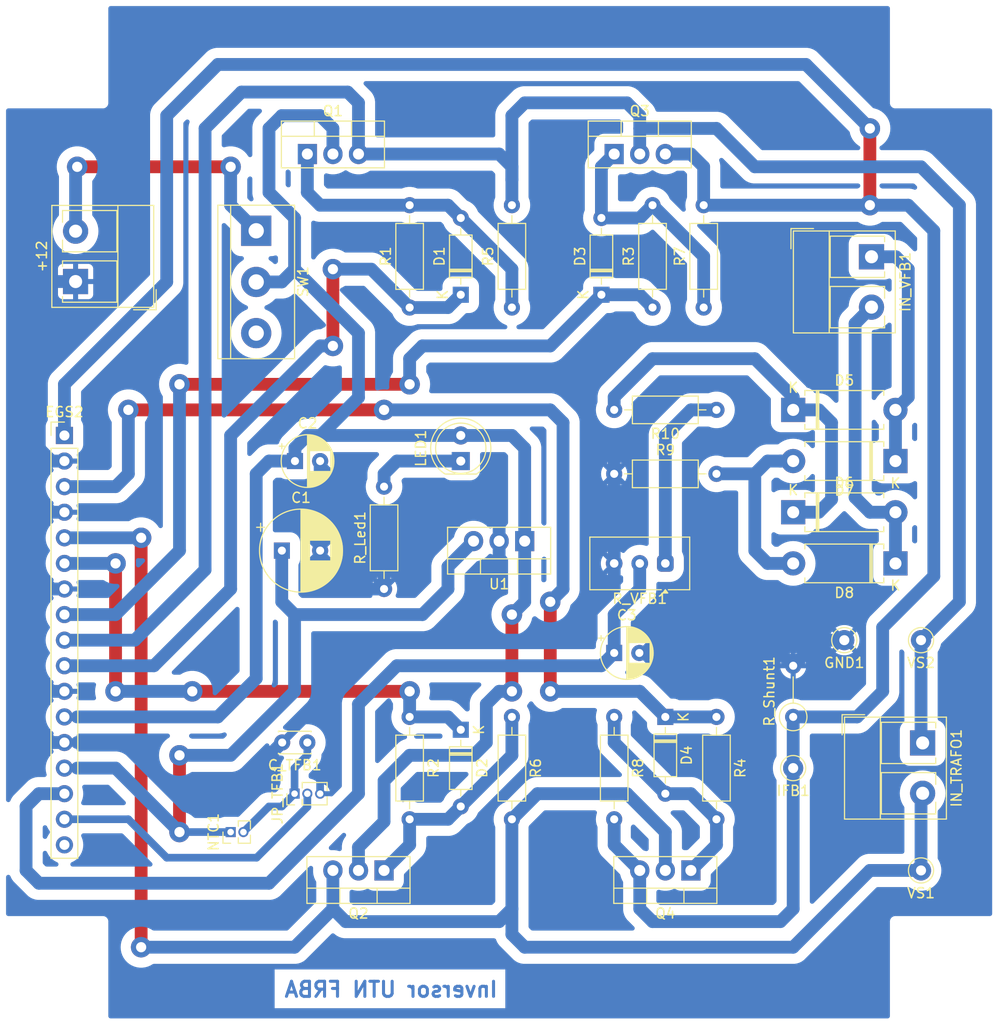
<source format=kicad_pcb>
(kicad_pcb (version 20240108) (generator "pcbnew") (generator_version "8.0")
  (layers (0 "F.Cu" signal) (31 "B.Cu" signal) (34 "B.Paste" user) (35 "F.Paste" user) (36 "B.SilkS" user "B.Silkscreen") (37 "F.SilkS" user "F.Silkscreen") (38 "B.Mask" user) (39 "F.Mask" user) (44 "Edge.Cuts" user))
  (net 0 "")
  (net 1 "Net-(D1-A)")
  (net 2 "Net-(D2-A)")
  (net 3 "Net-(D3-A)")
  (net 4 "Net-(D4-A)")
  (net 6 "GND")
  (net 7 "+5V")
  (net 8 "+12V")
  (net 9 "Net-(LED1-K)")
  (net 10 "/VFB")
  (net 11 "Net-(D5-K)")
  (net 12 "Net-(D5-A)")
  (net 13 "Net-(D6-A)")
  (net 14 "Net-(D7-A)")
  (net 16 "Net-(R10-Pad1)")
  (net 17 "/2HO")
  (net 18 "/2LO")
  (net 19 "/1HO")
  (net 20 "/1LO")
  (net 21 "/TFB")
  (net 22 "/VS2")
  (net 23 "/VS1")
  (net 24 "/IFB")
  (net 25 "Net-(JP_TFB1-Pin_1)")
  (net 26 "Net-(+12-Pin_2)")
  (footprint "Resistor_THT:R_Axial_DIN0207_L6.3mm_D2.5mm_P10.16mm_Horizontal" (layer "F.Cu") (at 121.92 111.76 -90)
    (property "Reference" "R4" (at 5.08 -2.37 90) (layer "F.SilkS"))
    (property "Value" "4.7Ω")
    (pad "1" thru_hole circle (at 0 0 270) (size 1.6 1.6) (drill 0.8) (layers "*.Cu" "*.Mask") (net 20 "/1LO"))
    (pad "2" thru_hole oval (at 10.16 0 270) (size 1.6 1.6) (drill 0.8) (layers "*.Cu" "*.Mask") (net 4 "Net-(D4-A)"))
  )
  (footprint "Connector_Pin:Pin_D1.0mm_L10.0mm" (layer "F.Cu") (at 134.62 104.14)
    (property "Reference" "GND1" (at 0 2.25 0) (layer "F.SilkS"))
    (property "Value" "TestPoint")
    (pad "1" thru_hole circle (at 0 0) (size 2 2) (drill 1) (layers "*.Cu" "*.Mask") (net 6 "GND"))
  )
  (footprint "Connector_Pin:Pin_D1.0mm_L10.0mm" (layer "F.Cu") (at 129.54 116.84)
    (property "Reference" "IFB1" (at 0 2.25 0) (layer "F.SilkS"))
    (property "Value" "TestPoint")
    (pad "1" thru_hole circle (at 0 0) (size 2 2) (drill 1) (layers "*.Cu" "*.Mask") (net 24 "/IFB"))
  )
  (footprint "LED_THT:LED_D5.0mm" (layer "F.Cu") (at 96.52 86.36 90)
    (property "Reference" "LED1" (at 1.27 -3.96 90) (layer "F.SilkS"))
    (property "Value" "LED")
    (pad "1" thru_hole rect (at 0 0 90) (size 1.8 1.8) (drill 0.9) (layers "*.Cu" "*.Mask") (net 9 "Net-(LED1-K)"))
    (pad "2" thru_hole circle (at 2.54 0 90) (size 1.8 1.8) (drill 0.9) (layers "*.Cu" "*.Mask") (net 8 "+12V"))
  )
  (footprint "Diode_THT:D_DO-35_SOD27_P7.62mm_Horizontal" (layer "F.Cu") (at 96.52 69.85 90)
    (property "Reference" "D1" (at 3.81 -2.12 90) (layer "F.SilkS"))
    (property "Value" "1N4148")
    (fp_text user "K" (at 0 -1.8 90) (layer "F.SilkS"))
    (pad "1" thru_hole rect (at 0 0 90) (size 1.6 1.6) (drill 0.8) (layers "*.Cu" "*.Mask") (net 17 "/2HO"))
    (pad "2" thru_hole oval (at 7.62 0 90) (size 1.6 1.6) (drill 0.8) (layers "*.Cu" "*.Mask") (net 1 "Net-(D1-A)"))
  )
  (footprint "Connector_PinHeader_2.54mm:PinHeader_1x17_P2.54mm_Vertical" (layer "F.Cu") (at 57.15 83.82)
    (property "Reference" "EGS2" (at 0 -2.33 0) (layer "F.SilkS"))
    (property "Value" "Conn_01x17_Pin")
    (pad "1" thru_hole rect (at 0 0) (size 1.7 1.7) (drill 1) (layers "*.Cu" "*.Mask") (net 24 "/IFB"))
    (pad "2" thru_hole oval (at 0 2.54) (size 1.7 1.7) (drill 1) (layers "*.Cu" "*.Mask") (net 6 "GND"))
    (pad "3" thru_hole oval (at 0 5.08) (size 1.7 1.7) (drill 1) (layers "*.Cu" "*.Mask") (net 20 "/1LO"))
    (pad "4" thru_hole oval (at 0 7.62) (size 1.7 1.7) (drill 1) (layers "*.Cu" "*.Mask") (net 6 "GND"))
    (pad "5" thru_hole oval (at 0 10.16) (size 1.7 1.7) (drill 1) (layers "*.Cu" "*.Mask") (net 23 "/VS1"))
    (pad "6" thru_hole oval (at 0 12.7) (size 1.7 1.7) (drill 1) (layers "*.Cu" "*.Mask") (net 19 "/1HO"))
    (pad "7" thru_hole oval (at 0 15.24) (size 1.7 1.7) (drill 1) (layers "*.Cu" "*.Mask") (net 6 "GND"))
    (pad "8" thru_hole oval (at 0 17.78) (size 1.7 1.7) (drill 1) (layers "*.Cu" "*.Mask") (net 18 "/2LO"))
    (pad "9" thru_hole oval (at 0 20.32) (size 1.7 1.7) (drill 1) (layers "*.Cu" "*.Mask") (net 22 "/VS2"))
    (pad "10" thru_hole oval (at 0 22.86) (size 1.7 1.7) (drill 1) (layers "*.Cu" "*.Mask") (net 17 "/2HO"))
    (pad "11" thru_hole oval (at 0 25.4) (size 1.7 1.7) (drill 1) (layers "*.Cu" "*.Mask") (net 6 "GND"))
    (pad "12" thru_hole oval (at 0 27.94) (size 1.7 1.7) (drill 1) (layers "*.Cu" "*.Mask") (net 8 "+12V"))
    (pad "13" thru_hole oval (at 0 30.48) (size 1.7 1.7) (drill 1) (layers "*.Cu" "*.Mask") (net 6 "GND"))
    (pad "14" thru_hole oval (at 0 33.02) (size 1.7 1.7) (drill 1) (layers "*.Cu" "*.Mask") (net 7 "+5V"))
    (pad "15" thru_hole oval (at 0 35.56) (size 1.7 1.7) (drill 1) (layers "*.Cu" "*.Mask") (net 10 "/VFB"))
    (pad "16" thru_hole oval (at 0 38.1) (size 1.7 1.7) (drill 1) (layers "*.Cu" "*.Mask") (net 21 "/TFB"))
    (pad "17" thru_hole oval (at 0 40.64) (size 1.7 1.7) (drill 1) (layers "*.Cu" "*.Mask"))
  )
  (footprint "Connector_PinHeader_1.27mm:PinHeader_1x02_P1.27mm_Vertical" (layer "F.Cu") (at 73.66 123.19 90)
    (property "Reference" "NTC1" (at 0 -1.695 90) (layer "F.SilkS"))
    (property "Value" "Conn_01x02_Pin")
    (pad "1" thru_hole rect (at 0 0 90) (size 1 1) (drill 0.65) (layers "*.Cu" "*.Mask") (net 7 "+5V"))
    (pad "2" thru_hole oval (at 0 1.27 90) (size 1 1) (drill 0.65) (layers "*.Cu" "*.Mask") (net 25 "Net-(JP_TFB1-Pin_1)"))
  )
  (footprint "Resistor_THT:R_Axial_DIN0207_L6.3mm_D2.5mm_P10.16mm_Horizontal" (layer "F.Cu") (at 101.6 71.12 90)
    (property "Reference" "R5" (at 5.08 -2.37 90) (layer "F.SilkS"))
    (property "Value" "10KΩ")
    (pad "1" thru_hole circle (at 0 0 90) (size 1.6 1.6) (drill 0.8) (layers "*.Cu" "*.Mask") (net 1 "Net-(D1-A)"))
    (pad "2" thru_hole oval (at 10.16 0 90) (size 1.6 1.6) (drill 0.8) (layers "*.Cu" "*.Mask") (net 22 "/VS2"))
  )
  (footprint "Diode_THT:D_DO-35_SOD27_P7.62mm_Horizontal" (layer "F.Cu") (at 96.52 113.03 -90)
    (property "Reference" "D2" (at 3.81 -2.12 90) (layer "F.SilkS"))
    (property "Value" "1N4148")
    (fp_text user "K" (at 0 -1.8 90) (layer "F.SilkS"))
    (pad "1" thru_hole rect (at 0 0 270) (size 1.6 1.6) (drill 0.8) (layers "*.Cu" "*.Mask") (net 19 "/1HO"))
    (pad "2" thru_hole oval (at 7.62 0 270) (size 1.6 1.6) (drill 0.8) (layers "*.Cu" "*.Mask") (net 2 "Net-(D2-A)"))
  )
  (footprint "TerminalBlock:TerminalBlock_bornier-3_P5.08mm" (layer "F.Cu") (at 76.2 63.5 -90)
    (property "Reference" "SW1" (at 5.05 -4.65 90) (layer "F.SilkS"))
    (property "Value" "SW_SPDT")
    (pad "1" thru_hole rect (at 0 0 270) (size 3 3) (drill 1.52) (layers "*.Cu" "*.Mask") (net 26 "Net-(+12-Pin_2)"))
    (pad "2" thru_hole circle (at 5.08 0 270) (size 3 3) (drill 1.52) (layers "*.Cu" "*.Mask") (net 8 "+12V"))
    (pad "3" thru_hole circle (at 10.16 0 270) (size 3 3) (drill 1.52) (layers "*.Cu" "*.Mask"))
  )
  (footprint "Resistor_THT:R_Axial_DIN0207_L6.3mm_D2.5mm_P10.16mm_Horizontal" (layer "F.Cu") (at 101.6 111.76 -90)
    (property "Reference" "R6" (at 5.08 -2.37 90) (layer "F.SilkS"))
    (property "Value" "10KΩ")
    (pad "1" thru_hole circle (at 0 0 270) (size 1.6 1.6) (drill 0.8) (layers "*.Cu" "*.Mask") (net 2 "Net-(D2-A)"))
    (pad "2" thru_hole oval (at 10.16 0 270) (size 1.6 1.6) (drill 0.8) (layers "*.Cu" "*.Mask") (net 23 "/VS1"))
  )
  (footprint "TerminalBlock_RND:TerminalBlock_RND_205-00276_1x02_P5.00mm_Vertical" (layer "F.Cu") (at 58.26 68.54 90)
    (property "Reference" "+12" (at 2.5 -3.36 90) (layer "F.SilkS"))
    (property "Value" "Screw_Terminal_01x02")
    (pad "1" thru_hole rect (at 0 0 90) (size 2.5 2.5) (drill 1.3) (layers "*.Cu" "*.Mask") (net 6 "GND"))
    (pad "2" thru_hole circle (at 5 0 90) (size 2.5 2.5) (drill 1.3) (layers "*.Cu" "*.Mask") (net 26 "Net-(+12-Pin_2)"))
  )
  (footprint "Package_TO_SOT_THT:TO-220-3_Vertical" (layer "F.Cu") (at 102.87 94.305 180)
    (property "Reference" "U1" (at 2.54 -4.27 0) (layer "F.SilkS"))
    (property "Value" "L7805")
    (pad "1" thru_hole rect (at 0 0 180) (size 1.905 2) (drill 1.1) (layers "*.Cu" "*.Mask") (net 8 "+12V"))
    (pad "2" thru_hole oval (at 2.54 0 180) (size 1.905 2) (drill 1.1) (layers "*.Cu" "*.Mask") (net 6 "GND"))
    (pad "3" thru_hole oval (at 5.08 0 180) (size 1.905 2) (drill 1.1) (layers "*.Cu" "*.Mask") (net 7 "+5V"))
  )
  (footprint "TerminalBlock_RND:TerminalBlock_RND_205-00276_1x02_P5.00mm_Vertical" (layer "F.Cu") (at 142.4 114.34 -90)
    (property "Reference" "IN_TRAFO1" (at 2.5 -3.36 90) (layer "F.SilkS"))
    (property "Value" "Screw_Terminal_01x02")
    (pad "1" thru_hole rect (at 0 0 270) (size 2.5 2.5) (drill 1.3) (layers "*.Cu" "*.Mask") (net 22 "/VS2"))
    (pad "2" thru_hole circle (at 5 0 270) (size 2.5 2.5) (drill 1.3) (layers "*.Cu" "*.Mask") (net 23 "/VS1"))
  )
  (footprint "Capacitor_THT:C_Disc_D3.0mm_W2.0mm_P2.50mm" (layer "F.Cu") (at 81.28 114.3 180)
    (property "Reference" "C_TFB1" (at 1.25 -2.25 0) (layer "F.SilkS"))
    (property "Value" "10nF")
    (pad "1" thru_hole circle (at 0 0 180) (size 1.6 1.6) (drill 0.8) (layers "*.Cu" "*.Mask") (net 25 "Net-(JP_TFB1-Pin_1)"))
    (pad "2" thru_hole circle (at 2.5 0 180) (size 1.6 1.6) (drill 0.8) (layers "*.Cu" "*.Mask") (net 6 "GND"))
  )
  (footprint "Diode_THT:D_DO-15_P10.16mm_Horizontal" (layer "F.Cu") (at 129.54 91.44)
    (property "Reference" "D6" (at 5.08 -2.92 0) (layer "F.SilkS"))
    (property "Value" "FR107")
    (fp_text user "K" (at 0 -2.2 0) (layer "F.SilkS"))
    (pad "1" thru_hole rect (at 0 0) (size 2.4 2.4) (drill 1.2) (layers "*.Cu" "*.Mask") (net 11 "Net-(D5-K)"))
    (pad "2" thru_hole oval (at 10.16 0) (size 2.4 2.4) (drill 1.2) (layers "*.Cu" "*.Mask") (net 13 "Net-(D6-A)"))
  )
  (footprint "Diode_THT:D_DO-35_SOD27_P7.62mm_Horizontal" (layer "F.Cu") (at 116.84 111.76 -90)
    (property "Reference" "D4" (at 3.81 -2.12 90) (layer "F.SilkS"))
    (property "Value" "1N4148")
    (fp_text user "K" (at 0 -1.8 90) (layer "F.SilkS"))
    (pad "1" thru_hole rect (at 0 0 270) (size 1.6 1.6) (drill 0.8) (layers "*.Cu" "*.Mask") (net 20 "/1LO"))
    (pad "2" thru_hole oval (at 7.62 0 270) (size 1.6 1.6) (drill 0.8) (layers "*.Cu" "*.Mask") (net 4 "Net-(D4-A)"))
  )
  (footprint "Capacitor_THT:CP_Radial_D5.0mm_P2.50mm" (layer "F.Cu") (at 80.05 86.36)
    (property "Reference" "C2" (at 1.25 -3.75 0) (layer "F.SilkS"))
    (property "Value" "10uF")
    (pad "1" thru_hole rect (at 0 0) (size 1.6 1.6) (drill 0.8) (layers "*.Cu" "*.Mask") (net 8 "+12V"))
    (pad "2" thru_hole circle (at 2.5 0) (size 1.6 1.6) (drill 0.8) (layers "*.Cu" "*.Mask") (net 6 "GND"))
  )
  (footprint "Package_TO_SOT_THT:TO-220-3_Vertical" (layer "F.Cu") (at 119.38 127 180)
    (property "Reference" "Q4" (at 2.54 -4.27 0) (layer "F.SilkS"))
    (property "Value" "IRF3205")
    (pad "1" thru_hole rect (at 0 0 180) (size 1.905 2) (drill 1.1) (layers "*.Cu" "*.Mask") (net 4 "Net-(D4-A)"))
    (pad "2" thru_hole oval (at 2.54 0 180) (size 1.905 2) (drill 1.1) (layers "*.Cu" "*.Mask") (net 23 "/VS1"))
    (pad "3" thru_hole oval (at 5.08 0 180) (size 1.905 2) (drill 1.1) (layers "*.Cu" "*.Mask") (net 24 "/IFB"))
  )
  (footprint "Resistor_THT:R_Axial_DIN0207_L6.3mm_D2.5mm_P10.16mm_Horizontal" (layer "F.Cu") (at 88.9 99.06 90)
    (property "Reference" "R_Led1" (at 5.08 -2.37 90) (layer "F.SilkS"))
    (property "Value" "470Ω")
    (pad "1" thru_hole circle (at 0 0 90) (size 1.6 1.6) (drill 0.8) (layers "*.Cu" "*.Mask") (net 6 "GND"))
    (pad "2" thru_hole oval (at 10.16 0 90) (size 1.6 1.6) (drill 0.8) (layers "*.Cu" "*.Mask") (net 9 "Net-(LED1-K)"))
  )
  (footprint "Connector_Pin:Pin_D1.0mm_L10.0mm" (layer "F.Cu") (at 142.24 104.14)
    (property "Reference" "VS2" (at 0 2.25 0) (layer "F.SilkS"))
    (property "Value" "TestPoint")
    (pad "1" thru_hole circle (at 0 0) (size 2 2) (drill 1) (layers "*.Cu" "*.Mask") (net 22 "/VS2"))
  )
  (footprint "Potentiometer_THT:Potentiometer_Vishay_T93YA_Vertical" (layer "F.Cu") (at 116.84 96.52 180)
    (property "Reference" "R_VFB1" (at 2.54 -3.5 0) (layer "F.SilkS"))
    (property "Value" "R_Potentiometer_Trim_US")
    (pad "1" thru_hole roundrect (at 0 0 180) (size 1.65 1.65) (drill 0.85) (layers "*.Cu" "*.Mask") (net 16 "Net-(R10-Pad1)"))
    (pad "2" thru_hole circle (at 2.54 0 180) (size 1.65 1.65) (drill 0.85) (layers "*.Cu" "*.Mask") (net 10 "/VFB"))
    (pad "3" thru_hole circle (at 5.08 0 180) (size 1.65 1.65) (drill 0.85) (layers "*.Cu" "*.Mask") (net 6 "GND"))
  )
  (footprint "Connector_Pin:Pin_D1.0mm_L10.0mm" (layer "F.Cu") (at 142.24 127)
    (property "Reference" "VS1" (at 0 2.25 0) (layer "F.SilkS"))
    (property "Value" "TestPoint")
    (pad "1" thru_hole circle (at 0 0) (size 2 2) (drill 1) (layers "*.Cu" "*.Mask") (net 23 "/VS1"))
  )
  (footprint "Package_TO_SOT_THT:TO-220-3_Vertical" (layer "F.Cu") (at 81.28 55.88)
    (property "Reference" "Q1" (at 2.54 -4.27 0) (layer "F.SilkS"))
    (property "Value" "IRF3205")
    (pad "1" thru_hole rect (at 0 0) (size 1.905 2) (drill 1.1) (layers "*.Cu" "*.Mask") (net 1 "Net-(D1-A)"))
    (pad "2" thru_hole oval (at 2.54 0) (size 1.905 2) (drill 1.1) (layers "*.Cu" "*.Mask") (net 8 "+12V"))
    (pad "3" thru_hole oval (at 5.08 0) (size 1.905 2) (drill 1.1) (layers "*.Cu" "*.Mask") (net 22 "/VS2"))
  )
  (footprint "Diode_THT:D_DO-35_SOD27_P7.62mm_Horizontal" (layer "F.Cu") (at 110.49 69.85 90)
    (property "Reference" "D3" (at 3.81 -2.12 90) (layer "F.SilkS"))
    (property "Value" "1N4148")
    (fp_text user "K" (at 0 -1.8 90) (layer "F.SilkS"))
    (pad "1" thru_hole rect (at 0 0 90) (size 1.6 1.6) (drill 0.8) (layers "*.Cu" "*.Mask") (net 18 "/2LO"))
    (pad "2" thru_hole oval (at 7.62 0 90) (size 1.6 1.6) (drill 0.8) (layers "*.Cu" "*.Mask") (net 3 "Net-(D3-A)"))
  )
  (footprint "Diode_THT:D_DO-15_P10.16mm_Horizontal" (layer "F.Cu") (at 129.54 81.28)
    (property "Reference" "D5" (at 5.08 -2.92 0) (layer "F.SilkS"))
    (property "Value" "FR107")
    (fp_text user "K" (at 0 -2.2 0) (layer "F.SilkS"))
    (pad "1" thru_hole rect (at 0 0) (size 2.4 2.4) (drill 1.2) (layers "*.Cu" "*.Mask") (net 11 "Net-(D5-K)"))
    (pad "2" thru_hole oval (at 10.16 0) (size 2.4 2.4) (drill 1.2) (layers "*.Cu" "*.Mask") (net 12 "Net-(D5-A)"))
  )
  (footprint "Resistor_THT:R_Axial_DIN0207_L6.3mm_D2.5mm_P10.16mm_Horizontal" (layer "F.Cu") (at 120.65 71.12 90)
    (property "Reference" "R7" (at 5.08 -2.37 90) (layer "F.SilkS"))
    (property "Value" "10KΩ")
    (pad "1" thru_hole circle (at 0 0 90) (size 1.6 1.6) (drill 0.8) (layers "*.Cu" "*.Mask") (net 3 "Net-(D3-A)"))
    (pad "2" thru_hole oval (at 10.16 0 90) (size 1.6 1.6) (drill 0.8) (layers "*.Cu" "*.Mask") (net 24 "/IFB"))
  )
  (footprint "TerminalBlock_RND:TerminalBlock_RND_205-00276_1x02_P5.00mm_Vertical" (layer "F.Cu") (at 137.32 66.08 -90)
    (property "Reference" "IN_VFB1" (at 2.5 -3.36 90) (layer "F.SilkS"))
    (property "Value" "Screw_Terminal_01x02")
    (pad "1" thru_hole rect (at 0 0 270) (size 2.5 2.5) (drill 1.3) (layers "*.Cu" "*.Mask") (net 12 "Net-(D5-A)"))
    (pad "2" thru_hole circle (at 5 0 270) (size 2.5 2.5) (drill 1.3) (layers "*.Cu" "*.Mask") (net 13 "Net-(D6-A)"))
  )
  (footprint "Package_TO_SOT_THT:TO-220-3_Vertical" (layer "F.Cu") (at 88.9 127 180)
    (property "Reference" "Q2" (at 2.54 -4.27 0) (layer "F.SilkS"))
    (property "Value" "IRF3205")
    (pad "1" thru_hole rect (at 0 0 180) (size 1.905 2) (drill 1.1) (layers "*.Cu" "*.Mask") (net 2 "Net-(D2-A)"))
    (pad "2" thru_hole oval (at 2.54 0 180) (size 1.905 2) (drill 1.1) (layers "*.Cu" "*.Mask") (net 8 "+12V"))
    (pad "3" thru_hole oval (at 5.08 0 180) (size 1.905 2) (drill 1.1) (layers "*.Cu" "*.Mask") (net 23 "/VS1"))
  )
  (footprint "Resistor_THT:R_Axial_DIN0207_L6.3mm_D2.5mm_P10.16mm_Horizontal" (layer "F.Cu") (at 121.92 81.28 180)
    (property "Reference" "R10" (at 5.08 -2.37 0) (layer "F.SilkS"))
    (property "Value" "100KΩ")
    (pad "1" thru_hole circle (at 0 0 180) (size 1.6 1.6) (drill 0.8) (layers "*.Cu" "*.Mask") (net 16 "Net-(R10-Pad1)"))
    (pad "2" thru_hole oval (at 10.16 0 180) (size 1.6 1.6) (drill 0.8) (layers "*.Cu" "*.Mask") (net 11 "Net-(D5-K)"))
  )
  (footprint "Resistor_THT:R_Axial_DIN0207_L6.3mm_D2.5mm_P5.08mm_Vertical" (layer "F.Cu") (at 129.54 111.76 90)
    (property "Reference" "R_Shunt1" (at 2.54 -2.37 90) (layer "F.SilkS"))
    (property "Value" "0.01Ω")
    (pad "1" thru_hole circle (at 0 0 90) (size 1.6 1.6) (drill 0.8) (layers "*.Cu" "*.Mask") (net 24 "/IFB"))
    (pad "2" thru_hole oval (at 5.08 0 90) (size 1.6 1.6) (drill 0.8) (layers "*.Cu" "*.Mask") (net 6 "GND"))
  )
  (footprint "Resistor_THT:R_Axial_DIN0207_L6.3mm_D2.5mm_P10.16mm_Horizontal" (layer "F.Cu") (at 115.57 71.12 90)
    (property "Reference" "R3" (at 5.08 -2.37 90) (layer "F.SilkS"))
    (property "Value" "4.7Ω")
    (pad "1" thru_hole circle (at 0 0 90) (size 1.6 1.6) (drill 0.8) (layers "*.Cu" "*.Mask") (net 18 "/2LO"))
    (pad "2" thru_hole oval (at 10.16 0 90) (size 1.6 1.6) (drill 0.8) (layers "*.Cu" "*.Mask") (net 3 "Net-(D3-A)"))
  )
  (footprint "Diode_THT:D_DO-15_P10.16mm_Horizontal" (layer "F.Cu") (at 139.7 86.36 180)
    (property "Reference" "D7" (at 5.08 -2.92 0) (layer "F.SilkS"))
    (property "Value" "FR107")
    (fp_text user "K" (at 0 -2.2 0) (layer "F.SilkS"))
    (pad "1" thru_hole rect (at 0 0 180) (size 2.4 2.4) (drill 1.2) (layers "*.Cu" "*.Mask") (net 12 "Net-(D5-A)"))
    (pad "2" thru_hole oval (at 10.16 0 180) (size 2.4 2.4) (drill 1.2) (layers "*.Cu" "*.Mask") (net 14 "Net-(D7-A)"))
  )
  (footprint "Diode_THT:D_DO-15_P10.16mm_Horizontal" (layer "F.Cu") (at 139.7 96.52 180)
    (property "Reference" "D8" (at 5.08 -2.92 0) (layer "F.SilkS"))
    (property "Value" "FR107")
    (fp_text user "K" (at 0 -2.2 0) (layer "F.SilkS"))
    (pad "1" thru_hole rect (at 0 0 180) (size 2.4 2.4) (drill 1.2) (layers "*.Cu" "*.Mask") (net 13 "Net-(D6-A)"))
    (pad "2" thru_hole oval (at 10.16 0 180) (size 2.4 2.4) (drill 1.2) (layers "*.Cu" "*.Mask") (net 14 "Net-(D7-A)"))
  )
  (footprint "Resistor_THT:R_Axial_DIN0207_L6.3mm_D2.5mm_P10.16mm_Horizontal" (layer "F.Cu") (at 91.44 71.12 90)
    (property "Reference" "R1" (at 5.08 -2.37 90) (layer "F.SilkS"))
    (property "Value" "4.7Ω")
    (pad "1" thru_hole circle (at 0 0 90) (size 1.6 1.6) (drill 0.8) (layers "*.Cu" "*.Mask") (net 17 "/2HO"))
    (pad "2" thru_hole oval (at 10.16 0 90) (size 1.6 1.6) (drill 0.8) (layers "*.Cu" "*.Mask") (net 1 "Net-(D1-A)"))
  )
  (footprint "Resistor_THT:R_Axial_DIN0207_L6.3mm_D2.5mm_P10.16mm_Horizontal" (layer "F.Cu") (at 111.76 87.63)
    (property "Reference" "R9" (at 5.08 -2.37 0) (layer "F.SilkS"))
    (property "Value" "100KΩ")
    (pad "1" thru_hole circle (at 0 0) (size 1.6 1.6) (drill 0.8) (layers "*.Cu" "*.Mask") (net 6 "GND"))
    (pad "2" thru_hole oval (at 10.16 0) (size 1.6 1.6) (drill 0.8) (layers "*.Cu" "*.Mask") (net 14 "Net-(D7-A)"))
  )
  (footprint "Capacitor_THT:CP_Radial_D8.0mm_P3.80mm" (layer "F.Cu") (at 78.75 95.25)
    (property "Reference" "C1" (at 1.9 -5.25 0) (layer "F.SilkS"))
    (property "Value" "100uF")
    (pad "1" thru_hole rect (at 0 0) (size 1.6 1.6) (drill 0.8) (layers "*.Cu" "*.Mask") (net 7 "+5V"))
    (pad "2" thru_hole circle (at 3.8 0) (size 1.6 1.6) (drill 0.8) (layers "*.Cu" "*.Mask") (net 6 "GND"))
  )
  (footprint "Connector_PinHeader_1.27mm:PinHeader_1x03_P1.27mm_Vertical" (layer "F.Cu") (at 80.01 119.38 90)
    (property "Reference" "JP_TFB1" (at 0 -1.695 90) (layer "F.SilkS"))
    (property "Value" "Conn_01x03_Pin")
    (pad "1" thru_hole rect (at 0 0 90) (size 1 1) (drill 0.65) (layers "*.Cu" "*.Mask") (net 25 "Net-(JP_TFB1-Pin_1)"))
    (pad "2" thru_hole oval (at 0 1.27 90) (size 1 1) (drill 0.65) (layers "*.Cu" "*.Mask") (net 21 "/TFB"))
    (pad "3" thru_hole oval (at 0 2.54 90) (size 1 1) (drill 0.65) (layers "*.Cu" "*.Mask") (net 6 "GND"))
  )
  (footprint "Resistor_THT:R_Axial_DIN0207_L6.3mm_D2.5mm_P10.16mm_Horizontal" (layer "F.Cu") (at 91.44 111.76 -90)
    (property "Reference" "R2" (at 5.08 -2.37 90) (layer "F.SilkS"))
    (property "Value" "4.7Ω")
    (pad "1" thru_hole circle (at 0 0 270) (size 1.6 1.6) (drill 0.8) (layers "*.Cu" "*.Mask") (net 19 "/1HO"))
    (pad "2" thru_hole oval (at 10.16 0 270) (size 1.6 1.6) (drill 0.8) (layers "*.Cu" "*.Mask") (net 2 "Net-(D2-A)"))
  )
  (footprint "Resistor_THT:R_Axial_DIN0207_L6.3mm_D2.5mm_P10.16mm_Horizontal" (layer "F.Cu") (at 111.76 111.76 -90)
    (property "Reference" "R8" (at 5.08 -2.37 90) (layer "F.SilkS"))
    (property "Value" "10KΩ")
    (pad "1" thru_hole circle (at 0 0 270) (size 1.6 1.6) (drill 0.8) (layers "*.Cu" "*.Mask") (net 4 "Net-(D4-A)"))
    (pad "2" thru_hole oval (at 10.16 0 270) (size 1.6 1.6) (drill 0.8) (layers "*.Cu" "*.Mask") (net 24 "/IFB"))
  )
  (footprint "Package_TO_SOT_THT:TO-220-3_Vertical" (layer "F.Cu") (at 111.76 55.88)
    (property "Reference" "Q3" (at 2.54 -4.27 0) (layer "F.SilkS"))
    (property "Value" "IRF3205")
    (pad "1" thru_hole rect (at 0 0) (size 1.905 2) (drill 1.1) (layers "*.Cu" "*.Mask") (net 3 "Net-(D3-A)"))
    (pad "2" thru_hole oval (at 2.54 0) (size 1.905 2) (drill 1.1) (layers "*.Cu" "*.Mask") (net 22 "/VS2"))
    (pad "3" thru_hole oval (at 5.08 0) (size 1.905 2) (drill 1.1) (layers "*.Cu" "*.Mask") (net 24 "/IFB"))
  )
  (footprint "Capacitor_THT:CP_Radial_D5.0mm_P2.50mm" (layer "F.Cu") (at 111.76 105.41)
    (property "Reference" "C3" (at 1.25 -3.75 0) (layer "F.SilkS"))
    (property "Value" "4.7uF")
    (pad "1" thru_hole rect (at 0 0) (size 1.6 1.6) (drill 0.8) (layers "*.Cu" "*.Mask") (net 10 "/VFB"))
    (pad "2" thru_hole circle (at 2.5 0) (size 1.6 1.6) (drill 0.8) (layers "*.Cu" "*.Mask") (net 6 "GND"))
  )
  (gr_text "Inversor UTN FRBA" (at 100.33 139.7 0) (layer "B.Cu") (effects (font (size 1.5 1.5) (thickness 0.3) (bold yes)) (justify left bottom mirror)))
  (segment (start 82.55 60.96) (end 91.44 60.96) (width 1.27) (layer "B.Cu") (net 1))
  (segment (start 81.28 59.69) (end 82.55 60.96) (width 1.27) (layer "B.Cu") (net 1))
  (segment (start 81.28 55.88) (end 81.28 59.69) (width 1.27) (layer "B.Cu") (net 1))
  (segment (start 96.52 62.23) (end 101.6 67.31) (width 1.27) (layer "B.Cu") (net 1))
  (segment (start 91.44 60.96) (end 95.25 60.96) (width 1.27) (layer "B.Cu") (net 1))
  (segment (start 101.6 67.31) (end 101.6 71.12) (width 1.27) (layer "B.Cu") (net 1))
  (segment (start 95.25 60.96) (end 96.52 62.23) (width 1.27) (layer "B.Cu") (net 1))
  (segment (start 95.25 121.92) (end 96.52 120.65) (width 1.27) (layer "B.Cu") (net 2))
  (segment (start 91.44 121.92) (end 91.44 124.46) (width 1.27) (layer "B.Cu") (net 2))
  (segment (start 101.6 115.57) (end 101.6 111.76) (width 1.27) (layer "B.Cu") (net 2))
  (segment (start 91.44 124.46) (end 88.9 127) (width 1.27) (layer "B.Cu") (net 2))
  (segment (start 91.44 121.92) (end 95.25 121.92) (width 1.27) (layer "B.Cu") (net 2))
  (segment (start 96.52 120.65) (end 101.6 115.57) (width 1.27) (layer "B.Cu") (net 2))
  (segment (start 120.65 71.12) (end 120.65 66.04) (width 1.27) (layer "B.Cu") (net 3))
  (segment (start 111.76 55.88) (end 110.49 57.15) (width 1.27) (layer "B.Cu") (net 3))
  (segment (start 120.65 66.04) (end 115.57 60.96) (width 1.27) (layer "B.Cu") (net 3))
  (segment (start 115.57 60.96) (end 114.3 62.23) (width 1.27) (layer "B.Cu") (net 3))
  (segment (start 110.49 57.15) (end 110.49 62.23) (width 1.27) (layer "B.Cu") (net 3))
  (segment (start 114.3 62.23) (end 110.49 62.23) (width 1.27) (layer "B.Cu") (net 3))
  (segment (start 121.92 121.92) (end 121.92 124.46) (width 1.27) (layer "B.Cu") (net 4))
  (segment (start 119.38 119.38) (end 121.92 121.92) (width 1.27) (layer "B.Cu") (net 4))
  (segment (start 111.76 114.3) (end 116.84 119.38) (width 1.27) (layer "B.Cu") (net 4))
  (segment (start 121.92 124.46) (end 119.38 127) (width 1.27) (layer "B.Cu") (net 4))
  (segment (start 111.76 111.76) (end 111.76 114.3) (width 1.27) (layer "B.Cu") (net 4))
  (segment (start 116.84 119.38) (end 119.38 119.38) (width 1.27) (layer "B.Cu") (net 4))
  (segment (start 128.27 105.41) (end 129.54 106.68) (width 1.27) (layer "B.Cu") (net 6))
  (segment (start 120.65 85.09) (end 119.38 86.36) (width 1.27) (layer "B.Cu") (net 6))
  (segment (start 97.79 104.14) (end 97.79 99.06) (width 1.27) (layer "B.Cu") (net 6))
  (segment (start 57.15 86.36) (end 55.88 86.36) (width 1.27) (layer "B.Cu") (net 6))
  (segment (start 88.9 95.25) (end 92.71 91.44) (width 1.27) (layer "B.Cu") (net 6))
  (segment (start 57.15 99.06) (end 55.88 99.06) (width 1.27) (layer "B.Cu") (net 6))
  (segment (start 81.32 111.76) (end 83.82 111.76) (width 0.762) (layer "B.Cu") (net 6))
  (segment (start 85.09 104.14) (end 97.79 104.14) (width 1.27) (layer "B.Cu") (net 6))
  (segment (start 106.68 104.14) (end 111.76 99.06) (width 1.27) (layer "B.Cu") (net 6))
  (segment (start 100.33 92.71) (end 100.33 94.305) (width 1.27) (layer "B.Cu") (net 6))
  (segment (start 134.62 104.14) (end 132.08 104.14) (width 1.27) (layer "B.Cu") (net 6))
  (segment (start 114.26 105.41) (end 120.65 105.41) (width 1.27) (layer "B.Cu") (net 6))
  (segment (start 124.46 83.82) (end 123.19 85.09) (width 1.27) (layer "B.Cu") (net 6))
  (segment (start 55.88 109.22) (end 54.61 107.95) (width 1.27) (layer "B.Cu") (net 6))
  (segment (start 85.09 104.14) (end 83.82 105.41) (width 1.27) (layer "B.Cu") (net 6))
  (segment (start 123.19 78.74) (end 124.46 80.01) (width 1.27) (layer "B.Cu") (net 6))
  (segment (start 55.88 86.36) (end 54.61 85.09) (width 1.27) (layer "B.Cu") (net 6))
  (segment (start 82.55 118.11) (end 83.82 116.84) (width 0.762) (layer "B.Cu") (net 6))
  (segment (start 54.61 90.17) (end 54.61 85.09) (width 1.27) (layer "B.Cu") (net 6))
  (segment (start 54.61 107.95) (end 54.61 97.79) (width 1.27) (layer "B.Cu") (net 6))
  (segment (start 132.08 104.14) (end 129.54 106.68) (width 1.27) (layer "B.Cu") (net 6))
  (segment (start 55.88 114.3) (end 54.61 113.03) (width 1.27) (layer "B.Cu") (net 6))
  (segment (start 111.76 85.09) (end 118.11 78.74) (width 1.27) (layer "B.Cu") (net 6))
  (segment (start 82.55 86.36) (end 82.55 95.25) (width 1.27) (layer "B.Cu") (net 6))
  (segment (start 63.5 114.3) (end 68.58 119.38) (width 1.27) (layer "B.Cu") (net 6))
  (segment (start 83.82 99.06) (end 82.55 97.79) (width 1.27) (layer "B.Cu") (net 6))
  (segment (start 78.78 114.3) (end 81.32 111.76) (width 0.762) (layer "B.Cu") (net 6))
  (segment (start 68.58 119.38) (end 73.7 119.38) (width 1.27) (layer "B.Cu") (net 6))
  (segment (start 119.38 86.36) (end 119.38 104.14) (width 1.27) (layer "B.Cu") (net 6))
  (segment (start 120.65 105.41) (end 128.27 105.41) (width 1.27) (layer "B.Cu") (net 6))
  (segment (start 82.55 118.11) (end 82.55 119.38) (width 0.762) (layer "B.Cu") (net 6))
  (segment (start 55.88 99.06) (end 54.61 97.79) (width 1.27) (layer "B.Cu") (net 6))
  (segment (start 111.76 87.63) (end 111.76 85.09) (width 1.27) (layer "B.Cu") (net 6))
  (segment (start 55.92 68.54) (end 58.26 68.54) (width 1.27) (layer "B.Cu") (net 6))
  (segment (start 83.82 116.84) (end 83.82 113.03) (width 0.762) (layer "B.Cu") (net 6))
  (segment (start 57.15 109.22) (end 55.88 109.22) (width 1.27) (layer "B.Cu") (net 6))
  (segment (start 58.42 114.3) (end 63.5 114.3) (width 1.27) (layer "B.Cu") (net 6))
  (segment (start 82.55 97.79) (end 82.55 95.25) (width 1.27) (layer "B.Cu") (net 6))
  (segment (start 124.46 80.01) (end 124.46 83.82) (width 1.27) (layer "B.Cu") (net 6))
  (segment (start 54.61 113.03) (end 54.61 107.95) (width 1.27) (layer "B.Cu") (net 6))
  (segment (start 119.38 104.14) (end 120.65 105.41) (width 1.27) (layer "B.Cu") (net 6))
  (segment (start 88.9 99.06) (end 88.9 95.25) (width 1.27) (layer "B.Cu") (net 6))
  (segment (start 100.33 96.52) (end 100.33 94.305) (width 1.27) (layer "B.Cu") (net 6))
  (segment (start 55.88 91.44) (end 54.61 90.17) (width 1.27) (layer "B.Cu") (net 6))
  (segment (start 99.06 91.44) (end 100.33 92.71) (width 1.27) (layer "B.Cu") (net 6))
  (segment (start 83.82 105.41) (end 83.82 111.76) (width 1.27) (layer "B.Cu") (net 6))
  (segment (start 97.79 104.14) (end 106.68 104.14) (width 1.27) (layer "B.Cu") (net 6))
  (segment (start 111.76 87.63) (end 111.76 96.52) (width 1.27) (layer "B.Cu") (net 6))
  (segment (start 111.76 99.06) (end 111.76 96.52) (width 1.27) (layer "B.Cu") (net 6))
  (segment (start 54.61 97.79) (end 54.61 90.17) (width 1.27) (layer "B.Cu") (net 6))
  (segment (start 88.9 99.06) (end 83.82 99.06) (width 1.27) (layer "B.Cu") (net 6))
  (segment (start 73.7 119.38) (end 78.78 114.3) (width 1.27) (layer "B.Cu") (net 6))
  (segment (start 118.11 78.74) (end 123.19 78.74) (width 1.27) (layer "B.Cu") (net 6))
  (segment (start 57.15 114.3) (end 55.88 114.3) (width 1.27) (layer "B.Cu") (net 6))
  (segment (start 54.61 69.85) (end 55.92 68.54) (width 1.27) (layer "B.Cu") (net 6))
  (segment (start 97.79 99.06) (end 100.33 96.52) (width 1.27) (layer "B.Cu") (net 6))
  (segment (start 54.61 85.09) (end 54.61 69.85) (width 1.27) (layer "B.Cu") (net 6))
  (segment (start 57.15 91.44) (end 55.88 91.44) (width 1.27) (layer "B.Cu") (net 6))
  (segment (start 123.19 85.09) (end 120.65 85.09) (width 1.27) (layer "B.Cu") (net 6))
  (segment (start 83.82 111.76) (end 83.82 116.84) (width 1.27) (layer "B.Cu") (net 6))
  (segment (start 92.71 91.44) (end 99.06 91.44) (width 1.27) (layer "B.Cu") (net 6))
  (segment (start 68.58 123.19) (end 68.58 115.57) (width 1.27) (layer "F.Cu") (net 7))
  (via (at 68.58 115.57) (size 2.032) (drill 1.016) (layers "F.Cu" "B.Cu") (net 7))
  (via (at 68.58 123.19) (size 2.032) (drill 1.016) (layers "F.Cu" "B.Cu") (net 7))
  (segment (start 92.71 101.6) (end 95.25 99.06) (width 1.27) (layer "B.Cu") (net 7))
  (segment (start 80.01 101.6) (end 92.71 101.6) (width 1.27) (layer "B.Cu") (net 7))
  (segment (start 95.25 99.06) (end 95.25 96.845) (width 1.27) (layer "B.Cu") (net 7))
  (segment (start 78.74 95.26) (end 78.74 100.33) (width 1.27) (layer "B.Cu") (net 7))
  (segment (start 95.25 96.845) (end 97.79 94.305) (width 1.27) (layer "B.Cu") (net 7))
  (segment (start 73.66 115.57) (end 80.01 109.22) (width 1.27) (layer "B.Cu") (net 7))
  (segment (start 78.75 95.25) (end 78.74 95.26) (width 1.27) (layer "B.Cu") (net 7))
  (segment (start 68.58 123.19) (end 62.23 116.84) (width 1.27) (layer "B.Cu") (net 7))
  (segment (start 62.23 116.84) (end 58.42 116.84) (width 1.27) (layer "B.Cu") (net 7))
  (segment (start 78.74 100.33) (end 80.01 101.6) (width 1.27) (layer "B.Cu") (net 7))
  (segment (start 80.01 109.22) (end 80.01 101.6) (width 1.27) (layer "B.Cu") (net 7))
  (segment (start 68.58 123.19) (end 73.66 123.19) (width 0.762) (layer "B.Cu") (net 7))
  (segment (start 68.58 115.57) (end 73.66 115.57) (width 1.27) (layer "B.Cu") (net 7))
  (segment (start 101.6 109.22) (end 101.6 101.6) (width 1.27) (layer "F.Cu") (net 8))
  (via (at 101.6 101.6) (size 2.032) (drill 1.016) (layers "F.Cu" "B.Cu") (net 8))
  (via (at 101.6 109.22) (size 2.032) (drill 1.016) (layers "F.Cu" "B.Cu") (net 8))
  (segment (start 77.47 86.36) (end 76.2 87.63) (width 1.27) (layer "B.Cu") (net 8))
  (segment (start 102.87 94.305) (end 102.87 85.09) (width 1.27) (layer "B.Cu") (net 8))
  (segment (start 82.55 52.07) (end 83.82 53.34) (width 1.27) (layer "B.Cu") (net 8))
  (segment (start 83.82 53.34) (end 83.82 55.88) (width 1.27) (layer "B.Cu") (net 8))
  (segment (start 80.05 86.36) (end 80.05 85.05) (width 1.27) (layer "B.Cu") (net 8))
  (segment (start 78.74 68.58) (end 76.2 68.58) (width 1.27) (layer "B.Cu") (net 8))
  (segment (start 88.9 118.11) (end 91.44 115.57) (width 1.27) (layer "B.Cu") (net 8))
  (segment (start 77.47 59.69) (end 80.01 62.23) (width 1.27) (layer "B.Cu") (net 8))
  (segment (start 88.9 122.14776) (end 88.9 118.11) (width 1.27) (layer "B.Cu") (net 8))
  (segment (start 99.06 114.3) (end 99.06 110.49) (width 1.27) (layer "B.Cu") (net 8))
  (segment (start 86.36 80.05) (end 82.59 83.82) (width 1.27) (layer "B.Cu") (net 8))
  (segment (start 76.2 87.63) (end 76.2 107.95) (width 1.27) (layer "B.Cu") (net 8))
  (segment (start 80.05 85.05) (end 81.28 83.82) (width 1.27) (layer "B.Cu") (net 8))
  (segment (start 91.44 115.57) (end 97.79 115.57) (width 1.27) (layer "B.Cu") (net 8))
  (segment (start 96.52 83.82) (end 101.6 83.82) (width 1.27) (layer "B.Cu") (net 8))
  (segment (start 96.52 83.82) (end 82.59 83.82) (width 1.27) (layer "B.Cu") (net 8))
  (segment (start 78.74 52.07) (end 82.55 52.07) (width 1.27) (layer "B.Cu") (net 8))
  (segment (start 80.01 67.31) (end 86.36 73.66) (width 1.27) (layer "B.Cu") (net 8))
  (segment (start 80.01 67.31) (end 78.74 68.58) (width 1.27) (layer "B.Cu") (net 8))
  (segment (start 99.06 110.49) (end 100.33 109.22) (width 1.27) (layer "B.Cu") (net 8))
  (segment (start 80.05 86.36) (end 77.47 86.36) (width 1.27) (layer "B.Cu") (net 8))
  (segment (start 97.79 115.57) (end 99.06 114.3) (width 1.27) (layer "B.Cu") (net 8))
  (segment (start 80.01 62.23) (end 80.01 67.31) (width 1.27) (layer "B.Cu") (net 8))
  (segment (start 86.36 127) (end 86.36 124.68776) (width 1.27) (layer "B.Cu") (net 8))
  (segment (start 100.33 109.22) (end 101.6 109.22) (width 1.27) (layer "B.Cu") (net 8))
  (segment (start 76.2 107.95) (end 72.39 111.76) (width 1.27) (layer "B.Cu") (net 8))
  (segment (start 77.47 53.34) (end 78.74 52.07) (width 1.27) (layer "B.Cu") (net 8))
  (segment (start 72.39 111.76) (end 58.42 111.76) (width 1.27) (layer "B.Cu") (net 8))
  (segment (start 77.47 59.69) (end 77.47 53.34) (width 1.27) (layer "B.Cu") (net 8))
  (segment (start 86.36 73.66) (end 86.36 80.05) (width 1.27) (layer "B.Cu") (net 8))
  (segment (start 101.6 83.82) (end 102.87 85.09) (width 1.27) (layer "B.Cu") (net 8))
  (segment (start 101.6 101.6) (end 102.87 100.33) (width 1.27) (layer "B.Cu") (net 8))
  (segment (start 81.28 83.82) (end 82.59 83.82) (width 1.27) (layer "B.Cu") (net 8))
  (segment (start 102.87 100.33) (end 102.87 94.305) (width 1.27) (layer "B.Cu") (net 8))
  (segment (start 86.36 124.68776) (end 88.9 122.14776) (width 1.27) (layer "B.Cu") (net 8))
  (segment (start 88.9 87.63) (end 90.17 86.36) (width 1.27) (layer "B.Cu") (net 9))
  (segment (start 88.9 88.9) (end 88.9 87.63) (width 1.27) (layer "B.Cu") (net 9))
  (segment (start 90.17 86.36) (end 96.52 86.36) (width 1.27) (layer "B.Cu") (net 9))
  (segment (start 53.34 120.65) (end 53.34 127) (width 1.27) (layer "B.Cu") (net 10))
  (segment (start 54.61 119.38) (end 53.34 120.65) (width 1.27) (layer "B.Cu") (net 10))
  (segment (start 86.36 110.49) (end 90.17 106.68) (width 1.27) (layer "B.Cu") (net 10))
  (segment (start 110.49 106.68) (end 111.76 105.41) (width 1.27) (layer "B.Cu") (net 10))
  (segment (start 90.17 106.68) (end 110.49 106.68) (width 1.27) (layer "B.Cu") (net 10))
  (segment (start 77.47 128.27) (end 86.36 119.38) (width 1.27) (layer "B.Cu") (net 10))
  (segment (start 53.34 127) (end 54.61 128.27) (width 1.27) (layer "B.Cu") (net 10))
  (segment (start 86.36 119.38) (end 86.36 110.49) (width 1.27) (layer "B.Cu") (net 10))
  (segment (start 114.3 99.06) (end 111.76 101.6) (width 1.27) (layer "B.Cu") (net 10))
  (segment (start 114.3 96.52) (end 114.3 99.06) (width 1.27) (layer "B.Cu") (net 10))
  (segment (start 57.15 119.38) (end 54.61 119.38) (width 1.27) (layer "B.Cu") (net 10))
  (segment (start 111.76 105.41) (end 111.76 101.6) (width 1.27) (layer "B.Cu") (net 10))
  (segment (start 54.61 128.27) (end 77.47 128.27) (width 1.27) (layer "B.Cu") (net 10))
  (segment (start 129.54 91.44) (end 132.08 91.44) (width 1.27) (layer "B.Cu") (net 11))
  (segment (start 125.73 76.2) (end 129.54 80.01) (width 1.27) (layer "B.Cu") (net 11))
  (segment (start 133.35 90.17) (end 133.35 82.55) (width 1.27) (layer "B.Cu") (net 11))
  (segment (start 111.76 80.01) (end 115.57 76.2) (width 1.27) (layer "B.Cu") (net 11))
  (segment (start 132.08 91.44) (end 133.35 90.17) (width 1.27) (layer "B.Cu") (net 11))
  (segment (start 133.35 82.55) (end 132.08 81.28) (width 1.27) (layer "B.Cu") (net 11))
  (segment (start 132.08 81.28) (end 129.54 81.28) (width 1.27) (layer "B.Cu") (net 11))
  (segment (start 111.76 81.28) (end 111.76 80.01) (width 1.27) (layer "B.Cu") (net 11))
  (segment (start 115.57 76.2) (end 125.73 76.2) (width 1.27) (layer "B.Cu") (net 11))
  (segment (start 129.54 80.01) (end 129.54 81.28) (width 1.27) (layer "B.Cu") (net 11))
  (segment (start 139.7 81.28) (end 139.7 86.36) (width 1.27) (layer "B.Cu") (net 12))
  (segment (start 137.32 66.08) (end 139.74 66.08) (width 1.27) (layer "B.Cu") (net 12))
  (segment (start 140.97 67.31) (end 140.97 80.01) (width 1.27) (layer "B.Cu") (net 12))
  (segment (start 140.97 80.01) (end 139.7 81.28) (width 1.27) (layer "B.Cu") (net 12))
  (segment (start 139.74 66.08) (end 140.97 67.31) (width 1.27) (layer "B.Cu") (net 12))
  (segment (start 137.32 71.08) (end 135.69 72.71) (width 1.27) (layer "B.Cu") (net 13))
  (segment (start 139.7 96.52) (end 139.7 91.44) (width 1.27) (layer "B.Cu") (net 13))
  (segment (start 135.69 89.97) (end 137.16 91.44) (width 1.27) (layer "B.Cu") (net 13))
  (segment (start 135.69 72.71) (end 135.69 89.97) (width 1.27) (layer "B.Cu") (net 13))
  (segment (start 137.16 91.44) (end 139.7 91.44) (width 1.27) (layer "B.Cu") (net 13))
  (segment (start 125.73 87.63) (end 127 86.36) (width 1.27) (layer "B.Cu") (net 14))
  (segment (start 129.54 96.52) (end 127 96.52) (width 1.27) (layer "B.Cu") (net 14))
  (segment (start 127 86.36) (end 128.27 86.36) (width 1.27) (layer "B.Cu") (net 14))
  (segment (start 125.73 95.25) (end 125.73 87.63) (width 1.27) (layer "B.Cu") (net 14))
  (segment (start 127 96.52) (end 125.73 95.25) (width 1.27) (layer "B.Cu") (net 14))
  (segment (start 121.92 87.63) (end 125.73 87.63) (width 1.27) (layer "B.Cu") (net 14))
  (segment (start 128.27 86.36) (end 129.54 86.36) (width 1.27) (layer "B.Cu") (net 14))
  (segment (start 116.84 96.52) (end 116.84 83.82) (width 1.27) (layer "B.Cu") (net 16))
  (segment (start 119.38 81.28) (end 121.92 81.28) (width 1.27) (layer "B.Cu") (net 16))
  (segment (start 116.84 83.82) (end 119.38 81.28) (width 1.27) (layer "B.Cu") (net 16))
  (segment (start 83.82 74.93) (end 83.82 67.31) (width 1.27) (layer "F.Cu") (net 17))
  (via (at 83.82 74.93) (size 2.032) (drill 1.016) (layers "F.Cu" "B.Cu") (net 17))
  (via (at 83.82 67.31) (size 2.032) (drill 1.016) (layers "F.Cu" "B.Cu") (net 17))
  (segment (start 95.25 71.12) (end 91.44 71.12) (width 1.27) (layer "B.Cu") (net 17))
  (segment (start 73.66 99.06) (end 73.66 83.82) (width 1.27) (layer "B.Cu") (net 17))
  (segment (start 96.52 69.85) (end 95.25 71.12) (width 1.27) (layer "B.Cu") (net 17))
  (segment (start 82.55 74.93) (end 83.82 74.93) (width 1.27) (layer "B.Cu") (net 17))
  (segment (start 66.04 106.68) (end 73.66 99.06) (width 1.27) (layer "B.Cu") (net 17))
  (segment (start 57.15 106.68) (end 66.04 106.68) (width 1.27) (layer "B.Cu") (net 17))
  (segment (start 87.63 67.31) (end 91.44 71.12) (width 1.27) (layer "B.Cu") (net 17))
  (segment (start 73.66 83.82) (end 82.55 74.93) (width 1.27) (layer "B.Cu") (net 17))
  (segment (start 83.82 67.31) (end 87.63 67.31) (width 1.27) (layer "B.Cu") (net 17))
  (segment (start 68.58 78.74) (end 91.44 78.74) (width 1.27) (layer "F.Cu") (net 18))
  (via (at 68.58 78.74) (size 2.032) (drill 1.016) (layers "F.Cu" "B.Cu") (net 18))
  (via (at 91.44 78.74) (size 2.032) (drill 1.016) (layers "F.Cu" "B.Cu") (net 18))
  (segment (start 91.44 78.74) (end 91.44 76.2) (width 1.27) (layer "B.Cu") (net 18))
  (segment (start 68.58 95.25) (end 68.58 78.74) (width 1.27) (layer "B.Cu") (net 18))
  (segment (start 62.23 101.6) (end 68.58 95.25) (width 1.27) (layer "B.Cu") (net 18))
  (segment (start 91.44 76.2) (end 92.71 74.93) (width 1.27) (layer "B.Cu") (net 18))
  (segment (start 110.49 69.85) (end 114.3 69.85) (width 1.27) (layer "B.Cu") (net 18))
  (segment (start 57.15 101.6) (end 62.23 101.6) (width 1.27) (layer "B.Cu") (net 18))
  (segment (start 114.3 69.85) (end 115.57 71.12) (width 1.27) (layer "B.Cu") (net 18))
  (segment (start 92.71 74.93) (end 105.41 74.93) (width 1.27) (layer "B.Cu") (net 18))
  (segment (start 105.41 74.93) (end 110.49 69.85) (width 1.27) (layer "B.Cu") (net 18))
  (segment (start 69.85 109.22) (end 91.44 109.22) (width 1.27) (layer "F.Cu") (net 19))
  (segment (start 62.23 96.52) (end 62.23 109.22) (width 1.27) (layer "F.Cu") (net 19))
  (via (at 62.23 96.52) (size 2.032) (drill 1.016) (layers "F.Cu" "B.Cu") (net 19))
  (via (at 62.23 109.22) (size 2.032) (drill 1.016) (layers "F.Cu" "B.Cu") (net 19))
  (via (at 91.44 109.22) (size 2.032) (drill 1.016) (layers "F.Cu" "B.Cu") (net 19))
  (via (at 69.85 109.22) (size 2.032) (drill 1.016) (layers "F.Cu" "B.Cu") (net 19))
  (segment (start 91.44 111.76) (end 91.44 109.22) (width 1.27) (layer "B.Cu") (net 19))
  (segment (start 95.25 111.76) (end 96.52 113.03) (width 1.27) (layer "B.Cu") (net 19))
  (segment (start 91.44 111.76) (end 95.25 111.76) (width 1.27) (layer "B.Cu") (net 19))
  (segment (start 69.85 109.22) (end 62.23 109.22) (width 1.27) (layer "B.Cu") (net 19))
  (segment (start 57.15 96.52) (end 62.23 96.52) (width 1.27) (layer "B.Cu") (net 19))
  (segment (start 105.41 109.22) (end 105.41 100.33) (width 1.27) (layer "F.Cu") (net 20))
  (segment (start 88.9 81.28) (end 63.5 81.28) (width 1.27) (layer "F.Cu") (net 20))
  (via (at 88.9 81.28) (size 2.032) (drill 1.016) (layers "F.Cu" "B.Cu") (net 20))
  (via (at 105.41 100.33) (size 2.032) (drill 1.016) (layers "F.Cu" "B.Cu") (net 20))
  (via (at 105.41 109.22) (size 2.032) (drill 1.016) (layers "F.Cu" "B.Cu") (net 20))
  (via (at 63.5 81.28) (size 2.032) (drill 1.016) (layers "F.Cu" "B.Cu") (net 20))
  (segment (start 63.5 87.63) (end 63.5 81.28) (width 1.27) (layer "B.Cu") (net 20))
  (segment (start 62.23 88.9) (end 63.5 87.63) (width 1.27) (layer "B.Cu") (net 20))
  (segment (start 116.84 111.76) (end 121.92 111.76) (width 1.27) (layer "B.Cu") (net 20))
  (segment (start 106.68 82.55) (end 105.41 81.28) (width 1.27) (layer "B.Cu") (net 20))
  (segment (start 105.41 100.33) (end 106.68 99.06) (width 1.27) (layer "B.Cu") (net 20))
  (segment (start 114.3 109.22) (end 105.41 109.22) (width 1.27) (layer "B.Cu") (net 20))
  (segment (start 116.84 111.76) (end 114.3 109.22) (width 1.27) (layer "B.Cu") (net 20))
  (segment (start 105.41 81.28) (end 88.9 81.28) (width 1.27) (layer "B.Cu") (net 20))
  (segment (start 57.15 88.9) (end 62.23 88.9) (width 1.27) (layer "B.Cu") (net 20))
  (segment (start 106.68 99.06) (end 106.68 82.55) (width 1.27) (layer "B.Cu") (net 20))
  (segment (start 76.245237 125.73) (end 67.31 125.73) (width 0.762) (layer "B.Cu") (net 21))
  (segment (start 81.28 119.38) (end 81.28 120.695237) (width 0.762) (layer "B.Cu") (net 21))
  (segment (start 67.31 125.73) (end 63.5 121.92) (width 0.762) (layer "B.Cu") (net 21))
  (segment (start 81.28 120.695237) (end 76.245237 125.73) (width 0.762) (layer "B.Cu") (net 21))
  (segment (start 63.5 121.92) (end 57.15 121.92) (width 0.762) (layer "B.Cu") (net 21))
  (segment (start 102.87 50.8) (end 101.6 52.07) (width 1.27) (layer "B.Cu") (net 22))
  (segment (start 121.92 53.34) (end 114.3 53.34) (width 1.27) (layer "B.Cu") (net 22))
  (segment (start 101.6 57.15) (end 101.6 58.42) (width 1.27) (layer "B.Cu") (net 22))
  (segment (start 113.03 50.8) (end 102.87 50.8) (width 1.27) (layer "B.Cu") (net 22))
  (segment (start 114.3 55.88) (end 114.3 53.34) (width 1.27) (layer "B.Cu") (net 22))
  (segment (start 101.6 58.42) (end 101.6 60.96) (width 1.27) (layer "B.Cu") (net 22))
  (segment (start 142.24 104.14) (end 142.24 114.18) (width 1.27) (layer "B.Cu") (net 22))
  (segment (start 64.135 104.14) (end 71.12 97.155) (width 1.27) (layer "B.Cu") (net 22))
  (segment (start 86.36 50.8) (end 86.36 55.88) (width 1.27) (layer "B.Cu") (net 22))
  (segment (start 101.6 52.07) (end 101.6 58.42) (width 1.27) (layer "B.Cu") (net 22))
  (segment (start 71.12 97.155) (end 71.12 53.34) (width 1.27) (layer "B.Cu") (net 22))
  (segment (start 74.73 49.73) (end 85.29 49.73) (width 1.27) (layer "B.Cu") (net 22))
  (segment (start 100.33 55.88) (end 101.6 57.15) (width 1.27) (layer "B.Cu") (net 22))
  (segment (start 142.24 104.14) (end 146.05 100.33) (width 1.27) (layer "B.Cu") (net 22))
  (segment (start 114.3 53.34) (end 114.3 52.07) (width 1.27) (layer "B.Cu") (net 22))
  (segment (start 142.24 114.18) (end 142.4 114.34) (width 1.27) (layer "B.Cu") (net 22))
  (segment (start 125.73 57.15) (end 121.92 53.34) (width 1.27) (layer "B.Cu") (net 22))
  (segment (start 86.36 55.88) (end 100.33 55.88) (width 1.27) (layer "B.Cu") (net 22))
  (segment (start 146.05 100.33) (end 146.05 60.96) (width 1.27) (layer "B.Cu") (net 22))
  (segment (start 114.3 52.07) (end 113.03 50.8) (width 1.27) (layer "B.Cu") (net 22))
  (segment (start 71.12 53.34) (end 74.73 49.73) (width 1.27) (layer "B.Cu") (net 22))
  (segment (start 85.29 49.73) (end 86.36 50.8) (width 1.27) (layer "B.Cu") (net 22))
  (segment (start 57.15 104.14) (end 64.135 104.14) (width 1.27) (layer "B.Cu") (net 22))
  (segment (start 146.05 60.96) (end 142.24 57.15) (width 1.27) (layer "B.Cu") (net 22))
  (segment (start 142.24 57.15) (end 125.73 57.15) (width 1.27) (layer "B.Cu") (net 22))
  (segment (start 64.77 93.98) (end 64.77 134.62) (width 1.27) (layer "F.Cu") (net 23))
  (via (at 64.77 93.98) (size 2.032) (drill 1.016) (layers "F.Cu" "B.Cu") (net 23))
  (via (at 64.77 134.62) (size 2.032) (drill 1.016) (layers "F.Cu" "B.Cu") (net 23))
  (segment (start 142.24 119.5) (end 142.4 119.34) (width 1.27) (layer "B.Cu") (net 23))
  (segment (start 137.16 127) (end 129.54 134.62) (width 1.27) (layer "B.Cu") (net 23))
  (segment (start 83.82 130.81) (end 83.82 127) (width 1.27) (layer "B.Cu") (net 23))
  (segment (start 104.14 119.38) (end 113.03 119.38) (width 1.27) (layer "B.Cu") (net 23))
  (segment (start 142.24 127) (end 142.24 119.5) (width 1.27) (layer "B.Cu") (net 23))
  (segment (start 142.24 127) (end 137.16 127) (width 1.27) (layer "B.Cu") (net 23))
  (segment (start 57.15 93.98) (end 64.77 93.98) (width 1.27) (layer "B.Cu") (net 23))
  (segment (start 116.84 123.19) (end 116.84 127) (width 1.27) (layer "B.Cu") (net 23))
  (segment (start 80.01 134.62) (end 83.82 130.81) (width 1.27) (layer "B.Cu") (net 23))
  (segment (start 113.03 119.38) (end 116.84 123.19) (width 1.27) (layer "B.Cu") (net 23))
  (segment (start 101.6 130.81) (end 100.33 132.08) (width 1.27) (layer "B.Cu") (net 23))
  (segment (start 129.54 134.62) (end 102.87 134.62) (width 1.27) (layer "B.Cu") (net 23))
  (segment (start 101.6 121.92) (end 104.14 119.38) (width 1.27) (layer "B.Cu") (net 23))
  (segment (start 101.6 121.92) (end 101.6 130.81) (width 1.27) (layer "B.Cu") (net 23))
  (segment (start 100.33 132.08) (end 85.09 132.08) (width 1.27) (layer "B.Cu") (net 23))
  (segment (start 101.6 133.35) (end 101.6 130.81) (width 1.27) (layer "B.Cu") (net 23))
  (segment (start 85.09 132.08) (end 83.82 130.81) (width 1.27) (layer "B.Cu") (net 23))
  (segment (start 102.87 134.62) (end 101.6 133.35) (width 1.27) (layer "B.Cu") (net 23))
  (segment (start 64.77 134.62) (end 80.01 134.62) (width 1.27) (layer "B.Cu") (net 23))
  (segment (start 137.16 53.34) (end 137.16 60.96) (width 1.27) (layer "F.Cu") (net 24))
  (via (at 137.16 60.96) (size 2.032) (drill 1.016) (layers "F.Cu" "B.Cu") (net 24))
  (via (at 137.16 53.34) (size 2.032) (drill 1.016) (layers "F.Cu" "B.Cu") (net 24))
  (segment (start 128.27 132.08) (end 115.57 132.08) (width 1.27) (layer "B.Cu") (net 24))
  (segment (start 120.65 60.96) (end 137.16 60.96) (width 1.27) (layer "B.Cu") (net 24))
  (segment (start 119.38 55.88) (end 120.65 57.15) (width 1.27) (layer "B.Cu") (net 24))
  (segment (start 138.43 102.87) (end 138.43 109.22) (width 1.27) (layer "B.Cu") (net 24))
  (segment (start 67.31 68.58) (end 67.31 52.07) (width 1.27) (layer "B.Cu") (net 24))
  (segment (start 137.16 60.96) (end 140.97 60.96) (width 1.27) (layer "B.Cu") (net 24))
  (segment (start 135.89 111.76) (end 129.54 111.76) (width 1.27) (layer "B.Cu") (net 24))
  (segment (start 111.76 124.46) (end 114.3 127) (width 1.27) (layer "B.Cu") (net 24))
  (segment (start 72.39 46.99) (end 130.81 46.99) (width 1.27) (layer "B.Cu") (net 24))
  (segment (start 130.81 46.99) (end 137.16 53.34) (width 1.27) (layer "B.Cu") (net 24))
  (segment (start 111.76 121.92) (end 111.76 124.46) (width 1.27) (layer "B.Cu") (net 24))
  (segment (start 57.15 83.82) (end 57.15 78.74) (width 1.27) (layer "B.Cu") (net 24))
  (segment (start 138.43 109.22) (end 135.89 111.76) (width 1.27) (layer "B.Cu") (net 24))
  (segment (start 129.54 116.84) (end 129.54 111.76) (width 1.27) (layer "B.Cu") (net 24))
  (segment (start 129.54 130.81) (end 128.27 132.08) (width 1.27) (layer "B.Cu") (net 24))
  (segment (start 115.57 132.08) (end 114.3 130.81) (width 1.27) (layer "B.Cu") (net 24))
  (segment (start 114.3 130.81) (end 114.3 127) (width 1.27) (layer "B.Cu") (net 24))
  (segment (start 140.97 60.96) (end 143.51 63.5) (width 1.27) (layer "B.Cu") (net 24))
  (segment (start 116.84 55.88) (end 119.38 55.88) (width 1.27) (layer "B.Cu") (net 24))
  (segment (start 67.31 52.07) (end 72.39 46.99) (width 1.27) (layer "B.Cu") (net 24))
  (segment (start 57.15 78.74) (end 67.31 68.58) (width 1.27) (layer "B.Cu") (net 24))
  (segment (start 143.51 63.5) (end 143.51 97.79) (width 1.27) (layer "B.Cu") (net 24))
  (segment (start 120.65 57.15) (end 120.65 60.96) (width 1.27) (layer "B.Cu") (net 24))
  (segment (start 143.51 97.79) (end 138.43 102.87) (width 1.27) (layer "B.Cu") (net 24))
  (segment (start 129.54 116.84) (end 129.54 130.81) (width 1.27) (layer "B.Cu") (net 24))
  (segment (start 80.01 119.38) (end 80.01 116.84) (width 0.762) (layer "B.Cu") (net 25))
  (segment (start 78.74 120.65) (end 80.01 119.38) (width 0.762) (layer "B.Cu") (net 25))
  (segment (start 74.93 123.19) (end 77.47 120.65) (width 0.762) (layer "B.Cu") (net 25))
  (segment (start 81.28 115.57) (end 81.28 114.3) (width 0.762) (layer "B.Cu") (net 25))
  (segment (start 80.01 116.84) (end 81.28 115.57) (width 0.762) (layer "B.Cu") (net 25))
  (segment (start 77.47 120.65) (end 78.74 120.65) (width 0.762) (layer "B.Cu") (net 25))
  (segment (start 58.42 57.15) (end 73.66 57.15) (width 1.27) (layer "F.Cu") (net 26))
  (via (at 58.42 57.15) (size 2.032) (drill 1.016) (layers "F.Cu" "B.Cu") (net 26))
  (via (at 73.66 57.15) (size 2.032) (drill 1.016) (layers "F.Cu" "B.Cu") (net 26))
  (segment (start 58.26 63.54) (end 58.26 57.31) (width 1.27) (layer "B.Cu") (net 26))
  (segment (start 73.66 60.96) (end 76.2 63.5) (width 1.27) (layer "B.Cu") (net 26))
  (segment (start 73.66 57.15) (end 73.66 60.96) (width 1.27) (layer "B.Cu") (net 26))
  (segment (start 58.26 57.31) (end 58.42 57.15) (width 1.27) (layer "B.Cu") (net 26))
  (zone (net 6) (net_name "GND") (layer "B.Cu") (connect_pads (clearance 1.016)) (min_thickness 0.4572) (fill yes (thermal_gap 0.5) (thermal_bridge_width 0.5) (smoothing chamfer) (radius 0.254) (island_removal_mode 1) (island_area_min 9.999999))
    (polygon (pts (xy 139.7 40.64) (xy 139.7 50.8) (xy 149.86 50.8) (xy 149.86 132.08) (xy 139.7 132.08) (xy 139.7 142.24) (xy 60.96 142.24) (xy 60.96 132.08) (xy 50.8 132.08) (xy 50.8 50.8) (xy 60.96 50.8) (xy 60.96 40.64)))
  )
)
</source>
